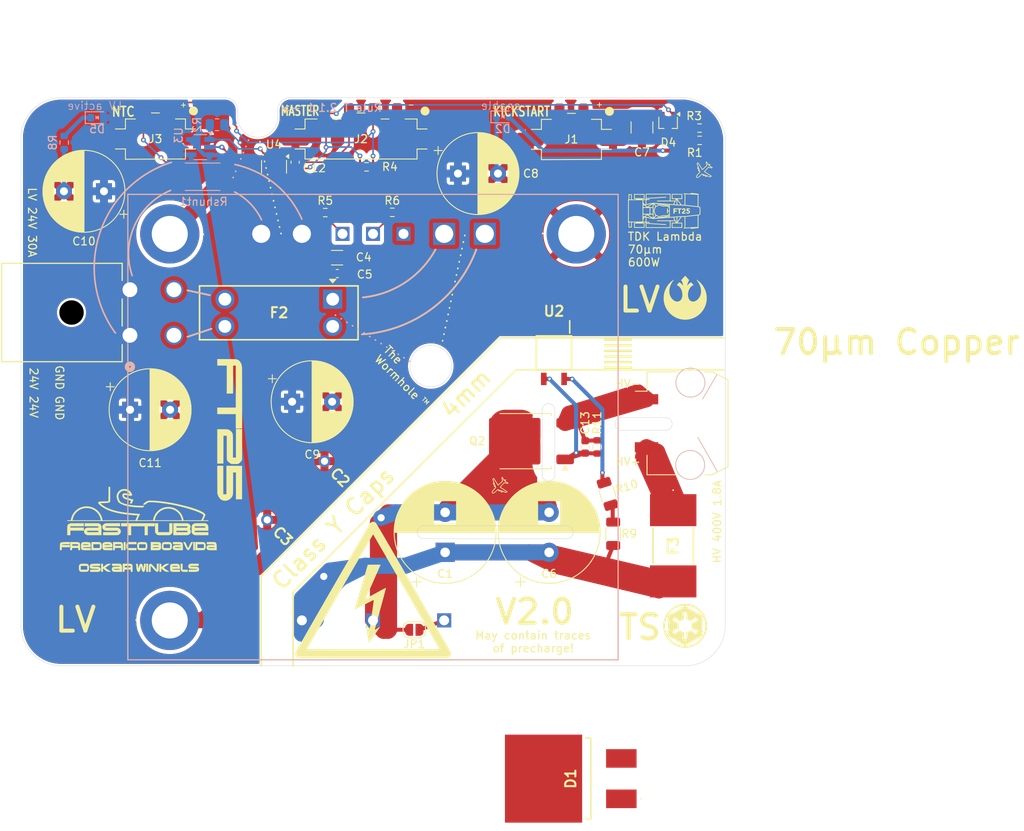
<source format=kicad_pcb>
(kicad_pcb
	(version 20241229)
	(generator "pcbnew")
	(generator_version "9.0")
	(general
		(thickness 1.67)
		(legacy_teardrops no)
	)
	(paper "A4")
	(layers
		(0 "F.Cu" mixed)
		(2 "B.Cu" mixed)
		(9 "F.Adhes" user "F.Adhesive")
		(11 "B.Adhes" user "B.Adhesive")
		(13 "F.Paste" user)
		(15 "B.Paste" user)
		(5 "F.SilkS" user "F.Silkscreen")
		(7 "B.SilkS" user "B.Silkscreen")
		(1 "F.Mask" user)
		(3 "B.Mask" user)
		(17 "Dwgs.User" user "User.Drawings")
		(19 "Cmts.User" user "User.Comments")
		(21 "Eco1.User" user "User.Eco1")
		(23 "Eco2.User" user "User.Eco2")
		(25 "Edge.Cuts" user)
		(27 "Margin" user)
		(31 "F.CrtYd" user "F.Courtyard")
		(29 "B.CrtYd" user "B.Courtyard")
		(35 "F.Fab" user)
		(33 "B.Fab" user)
		(39 "User.1" user)
		(41 "User.2" user)
		(43 "User.3" user)
		(45 "User.4" user)
		(47 "User.5" user)
		(49 "User.6" user)
		(51 "User.7" user)
		(53 "User.8" user)
		(55 "User.9" user)
	)
	(setup
		(stackup
			(layer "F.SilkS"
				(type "Top Silk Screen")
			)
			(layer "F.Paste"
				(type "Top Solder Paste")
			)
			(layer "F.Mask"
				(type "Top Solder Mask")
				(thickness 0.01)
			)
			(layer "F.Cu"
				(type "copper")
				(thickness 0.07)
			)
			(layer "dielectric 1"
				(type "core")
				(thickness 1.51)
				(material "FR4")
				(epsilon_r 4.5)
				(loss_tangent 0.02)
			)
			(layer "B.Cu"
				(type "copper")
				(thickness 0.07)
			)
			(layer "B.Mask"
				(type "Bottom Solder Mask")
				(thickness 0.01)
			)
			(layer "B.Paste"
				(type "Bottom Solder Paste")
			)
			(layer "B.SilkS"
				(type "Bottom Silk Screen")
			)
			(copper_finish "None")
			(dielectric_constraints no)
		)
		(pad_to_mask_clearance 0)
		(allow_soldermask_bridges_in_footprints no)
		(tenting front back)
		(pcbplotparams
			(layerselection 0x00000000_00000000_55555555_5755f5ff)
			(plot_on_all_layers_selection 0x00000000_00000000_00000000_00000000)
			(disableapertmacros no)
			(usegerberextensions no)
			(usegerberattributes yes)
			(usegerberadvancedattributes yes)
			(creategerberjobfile no)
			(dashed_line_dash_ratio 12.000000)
			(dashed_line_gap_ratio 3.000000)
			(svgprecision 4)
			(plotframeref no)
			(mode 1)
			(useauxorigin yes)
			(hpglpennumber 1)
			(hpglpenspeed 20)
			(hpglpendiameter 15.000000)
			(pdf_front_fp_property_popups yes)
			(pdf_back_fp_property_popups yes)
			(pdf_metadata yes)
			(pdf_single_document no)
			(dxfpolygonmode yes)
			(dxfimperialunits yes)
			(dxfusepcbnewfont yes)
			(psnegative no)
			(psa4output no)
			(plot_black_and_white yes)
			(plotinvisibletext no)
			(sketchpadsonfab no)
			(plotpadnumbers no)
			(hidednponfab no)
			(sketchdnponfab yes)
			(crossoutdnponfab yes)
			(subtractmaskfromsilk yes)
			(outputformat 1)
			(mirror no)
			(drillshape 0)
			(scaleselection 1)
			(outputdirectory "gerber/")
		)
	)
	(net 0 "")
	(net 1 "/-VIN")
	(net 2 "GND")
	(net 3 "Net-(D4-Pad3)")
	(net 4 "/+VIN")
	(net 5 "+3V3")
	(net 6 "/LV+")
	(net 7 "/3V_buttoncell")
	(net 8 "/TEMP_TSDCDC")
	(net 9 "/HV-in")
	(net 10 "/LV-")
	(net 11 "/LV_I_measure")
	(net 12 "/I_meas_weak")
	(net 13 "Net-(U1-+S)")
	(net 14 "Net-(D2-A)")
	(net 15 "Net-(D5-K)")
	(net 16 "/Vout+")
	(net 17 "Net-(R3-Pad2)")
	(net 18 "Net-(U1-TRM)")
	(net 19 "/HV+in")
	(net 20 "/Enable_G")
	(net 21 "/Enable_Opto")
	(net 22 "Net-(JP1-A)")
	(net 23 "Net-(R10-Pad2)")
	(footprint "Capacitor_SMD:C_1210_3225Metric" (layer "F.Cu") (at 177.6 64.721001 -90))
	(footprint "Resistor_SMD:R_0603_1608Metric" (layer "F.Cu") (at 184.8 64.8))
	(footprint "footprints:airplane" (layer "F.Cu") (at 159.72 109.58 135))
	(footprint "Capacitor_SMD:C_0603_1608Metric" (layer "F.Cu") (at 170.5 104.6475 90))
	(footprint "footprints:VY1471M29Y5UC63V0" (layer "F.Cu") (at 130.766058 113.762876 -45))
	(footprint "footprints:rebellion" (layer "F.Cu") (at 183 86))
	(footprint "FaSTTUBe_connectors:Micro_Mate-N-Lok_2p_vertical" (layer "F.Cu") (at 168.783 66.21))
	(footprint "Capacitor_THT:CP_Radial_D12.5mm_P5.00mm" (layer "F.Cu") (at 153 117.823959 90))
	(footprint "Capacitor_THT:CP_Radial_D10.0mm_P5.00mm" (layer "F.Cu") (at 110.367678 72.7 180))
	(footprint "footprints:9775031360R" (layer "F.Cu") (at 118.59 78.03 180))
	(footprint "Package_TO_SOT_SMD:TO-252-2" (layer "F.Cu") (at 162.96 103.9275 180))
	(footprint "LOGO"
		(layer "F.Cu")
		(uuid "36ea3436-548e-4414-bac1-a7348850c228")
		(at 180.33 75.14)
		(property "Reference" "G***"
			(at 0 0 0)
			(layer "F.SilkS")
			(hide yes)
			(uuid "f973503b-fa37-47d9-b20f-d30676bb0e6c")
			(effects
				(font
					(size 1.5 1.5)
					(thickness 0.3)
				)
			)
		)
		(property "Value" "LOGO"
			(at 0.75 0 0)
			(layer "F.SilkS")
			(hide yes)
			(uuid "6387be7f-2b16-465c-8f89-140f5aa812b4")
			(effects
				(font
					(size 1.5 1.5)
					(thickness 0.3)
				)
			)
		)
		(property "Datasheet" ""
			(at 0 0 0)
			(layer "F.Fab")
			(hide yes)
			(uuid "41393a24-4ba8-4af2-84c5-5556a5cd9241")
			(effects
				(font
					(size 1.27 1.27)
					(thickness 0.15)
				)
			)
		)
		(property "Description" ""
			(at 0 0 0)
			(layer "F.Fab")
			(hide yes)
			(uuid "47d9374d-4d87-4be0-875b-3451ee135b5f")
			(effects
				(font
					(size 1.27 1.27)
					(thickness 0.15)
				)
			)
		)
		(attr board_only exclude_from_pos_files exclude_from_bom)
		(fp_poly
			(pts
				(xy 2.210106 -0.240934) (xy 2.210106 -0.176067) (xy 2.115122 -0.176067) (xy 2.020138 -0.176067)
				(xy 2.020138 0.088034) (xy 2.020138 0.352134) (xy 1.948322 0.352134) (xy 1.876505 0.352134) (xy 1.876505 0.088034)
				(xy 1.876505 -0.176067) (xy 1.781521 -0.176067) (xy 1.686538 -0.176067) (xy 1.686538 -0.240935)
				(xy 1.686537 -0.305801) (xy 1.948322 -0.305801) (xy 2.210106 -0.305801)
			)
			(stroke
				(width 0)
				(type solid)
			)
			(fill yes)
			(layer "F.SilkS")
			(uuid "7df8e5e8-4ee8-444f-be4a-2fc6df64b466")
		)
		(fp_poly
			(pts
				(xy 1.644837 -0.238617) (xy 1.644837 -0.171435) (xy 1.49657 -0.171434) (xy 1.348303 -0.171434) (xy 1.348303 -0.10425)
				(xy 1.348303 -0.037067) (xy 1.484987 -0.037067) (xy 1.621671 -0.037067) (xy 1.621671 0.030116) (xy 1.621671 0.0973)
				(xy 1.484987 0.0973) (xy 1.348303 0.0973) (xy 1.348303 0.224717) (xy 1.348303 0.352134) (xy 1.27417 0.352134)
				(xy 1.200036 0.352134) (xy 1.200036 0.023167) (xy 1.200037 -0.305801) (xy 1.422437 -0.305801) (xy 1.644836 -0.305801)
			)
			(stroke
				(width 0)
				(type solid)
			)
			(fill yes)
			(layer "F.SilkS")
			(uuid "79488fa3-17fb-4e16-b5f3-2b64540a352f")
		)
		(fp_poly
			(pts
				(xy 2.532179 -0.312678) (xy 2.576155 -0.304473) (xy 2.614922 -0.2894) (xy 2.648 -0.267744) (xy 2.67491 -0.239793)
				(xy 2.695172 -0.205832) (xy 2.704208 -0.181813) (xy 2.708716 -0.159076) (xy 2.7108 -0.130942) (xy 2.71048 -0.100955)
				(xy 2.707773 -0.072656) (xy 2.703574 -0.052464) (xy 2.698715 -0.037255) (xy 2.692926 -0.02316) (xy 2.685517 -0.009402)
				(xy 2.675798 0.004797) (xy 2.663078 0.020215) (xy 2.646666 0.037632) (xy 2.625872 0.057823) (xy 2.600005 0.081568)
				(xy 2.568374 0.109644) (xy 2.53029 0.142829) (xy 2.529931 0.14314) (xy 2.430439 0.229351) (xy 2.575106 0.230575)
				(xy 2.719774 0.231799) (xy 2.719774 0.291967) (xy 2.719774 0.352134) (xy 2.490308 0.352134) (xy 2.260843 0.352134)
				(xy 2.262116 0.277056) (xy 2.263389 0.201979) (xy 2.356056 0.119177) (xy 2.402943 0.077122) (xy 2.443117 0.04073)
				(xy 2.476929 0.009665) (xy 2.504727 -0.016408) (xy 2.526863 -0.037827) (xy 2.543685 -0.054929) (xy 2.555544 -0.06805)
				(xy 2.562789 -0.077524) (xy 2.565176 -0.081851) (xy 2.5716 -0.10729) (xy 2.569746 -0.130812) (xy 2.56056 -0.15134)
				(xy 2.544994 -0.167801) (xy 2.523994 -0.179121) (xy 2.49851 -0.184225) (xy 2.475724 -0.18314) (xy 2.452963 -0.175273)
				(xy 2.433454 -0.159912) (xy 2.418912 -0.1387) (xy 2.413064 -0.123046) (xy 2.407173 -0.101018) (xy 2.367714 -0.103927)
				(xy 2.344598 -0.10571) (xy 2.320508 -0.107692) (xy 2.30031 -0.109471) (xy 2.298702 -0.109622) (xy 2.269145 -0.112408)
				(xy 2.272093 -0.14061) (xy 2.280459 -0.177948) (xy 2.296913 -0.213524) (xy 2.320278 -0.245457) (xy 2.349375 -0.271863)
				(xy 2.357833 -0.277654) (xy 2.388158 -0.29404) (xy 2.420755 -0.305158) (xy 2.458064 -0.31171) (xy 2.483473 -0.313727)
			)
			(stroke
				(width 0)
				(type solid)
			)
			(fill yes)
			(layer "F.SilkS")
			(uuid "c06ae400-d6b0-4739-b2a0-6d35249e5efc")
		)
		(fp_poly
			(pts
				(xy 3.243342 -0.245567) (xy 3.243342 -0.185334) (xy 3.111291 -0.185334) (xy 2.979241 -0.185333)
				(xy 2.979241 -0.135525) (xy 2.979241 -0.085718) (xy 3.035999 -0.085703) (xy 3.075658 -0.084189)
				(xy 3.108746 -0.079239) (xy 3.137528 -0.070212) (xy 3.16427 -0.05647) (xy 3.181956 -0.044466) (xy 3.203555 -0.026318)
				(xy 3.221029 -0.006004) (xy 3.236416 0.019128) (xy 3.246178 0.039116) (xy 3.254238 0.063529) (xy 3.259574 0.09369)
				(xy 3.261941 0.126422) (xy 3.261098 0.158544) (xy 3.257324 0.184609) (xy 3.244399 0.223685) (xy 3.224208 0.260227)
				(xy 3.198098 0.292412) (xy 3.167418 0.318418) (xy 3.150847 0.328502) (xy 3.111135 0.345164) (xy 3.066727 0.356095)
				(xy 3.020478 0.360938) (xy 2.975243 0.359334) (xy 2.945754 0.354196) (xy 2.903627 0.339619) (xy 2.867264 0.317857)
				(xy 2.836999 0.289211) (xy 2.813163 0.253981) (xy 2.79881 0.220868) (xy 2.79432 0.207035) (xy 2.791744 0.197519)
				(xy 2.791552 0.194601) (xy 2.796444 0.193609) (xy 2.808775 0.190877) (xy 2.826961 0.186759) (xy 2.849416 0.181613)
				(xy 2.863407 0.178384) (xy 2.887539 0.172819) (xy 2.908262 0.168078) (xy 2.924002 0.164518) (xy 2.933186 0.162495)
				(xy 2.934883 0.162167) (xy 2.937199 0.166065) (xy 2.941475 0.175947) (xy 2.943919 0.182163) (xy 2.957618 0.206359)
				(xy 2.976856 0.224378) (xy 2.999977 0.235881) (xy 3.025322 0.240528) (xy 3.051235 0.23798) (xy 3.076057 0.227898)
				(xy 3.095075 0.213134) (xy 3.111612 0.190456) (xy 3.120769 0.164235) (xy 3.12262 0.136431) (xy 3.117245 0.108995)
				(xy 3.10472 0.083886) (xy 3.089275 0.066498) (xy 3.070671 0.05315) (xy 3.049056 0.043822) (xy 3.022749 0.038071)
				(xy 2.990066 0.035457) (xy 2.969974 0.03519) (xy 2.940708 0.035905) (xy 2.915232 0.038169) (xy 2.889963 0.042519)
				(xy 2.861313 0.04949) (xy 2.845988 0.053732) (xy 2.835519 0.056704) (xy 2.838042 -0.086323) (xy 2.838768 -0.123978)
				(xy 2.83959 -0.160526) (xy 2.840463 -0.194417) (xy 2.841344 -0.224098) (xy 2.842188 -0.248021) (xy 2.842954 -0.264633)
				(xy 2.843135 -0.267576) (xy 2.845706 -0.305801) (xy 3.044525 -0.305801) (xy 3.243342 -0.305801)
			)
			(stroke
				(width 0)
				(type solid)
			)
			(fill yes)
			(layer "F.SilkS")
			(uuid "5a963cb9-9510-4127-9f96-127e7c222fca")
		)
		(fp_poly
			(pts
				(xy 3.38727 -2.232811) (xy 3.40086 -2.231479) (xy 3.422092 -2.229358) (xy 3.450178 -2.22653) (xy 3.484329 -2.223073)
				(xy 3.523759 -2.219069) (xy 3.567678 -2.214599) (xy 3.615297 -2.209743) (xy 3.66583 -2.204582) (xy 3.718489 -2.199197)
				(xy 3.772484 -2.193667) (xy 3.827029 -2.188075) (xy 3.881335 -2.182501) (xy 3.934614 -2.177024)
				(xy 3.986077 -2.171727) (xy 4.034939 -2.166689) (xy 4.080407 -2.161992) (xy 4.121698 -2.157716)
				(xy 4.158021 -2.153941) (xy 4.188587 -2.150748) (xy 4.200017 -2.149547) (xy 4.234253 -2.145885)
				(xy 4.265408 -2.142435) (xy 4.292316 -2.139335) (xy 4.31381 -2.136726) (xy 4.328722 -2.134745) (xy 4.335885 -2.133532)
				(xy 4.336334 -2.133359) (xy 4.336533 -2.128574) (xy 4.336655 -2.115023) (xy 4.336705 -2.093209)
				(xy 4.336684 -2.063633) (xy 4.336595 -2.026795) (xy 4.33644 -1.983198) (xy 4.336223 -1.933343) (xy 4.335944 -1.877731)
				(xy 4.335608 -1.816864) (xy 4.335216 -1.751243) (xy 4.33477 -1.681369) (xy 4.334273 -1.607743) (xy 4.333728 -1.530869)
				(xy 4.333136 -1.451244) (xy 4.332871 -1.416624) (xy 4.332241 -1.334602) (xy 4.331634 -1.254271)
				(xy 4.33105 -1.176204) (xy 4.330496 -1.10097) (xy 4.329976 -1.029142) (xy 4.329492 -0.961291) (xy 4.329052 -0.897987)
				(xy 4.328655 -0.839801) (xy 4.328308 -0.787305) (xy 4.328013 -0.741071) (xy 4.327776 -0.701668)
				(xy 4.327599 -0.669669) (xy 4.327487 -0.645643) (xy 4.327444 -0.630164) (xy 4.327444 -0.627586)
				(xy 4.327545 -0.55322) (xy 4.37377 -0.54809) (xy 4.419996 -0.542959) (xy 4.484971 -0.483626) (xy 4.505281 -0.464833)
				(xy 4.522986 -0.44798) (xy 4.537024 -0.434118) (xy 4.546333 -0.424295) (xy 4.54985 -0.419562) (xy 4.549855 -0.419489)
				(xy 4.550293 -0.414027) (xy 4.551582 -0.400285) (xy 4.55363 -0.379199) (xy 4.556344 -0.351708) (xy 4.55963 -0.31875)
				(xy 4.563396 -0.281261) (xy 4.567548 -0.240179) (xy 4.571355 -0.202709) (xy 4.592945 0.009267) (xy 4.571355 0.221242)
				(xy 4.566945 0.264663) (xy 4.562841 0.305296) (xy 4.559137 0.342206) (xy 4.555926 0.374453) (xy 4.553301 0.401102)
				(xy 4.551353 0.421213) (xy 4.550178 0.433849) (xy 4.549855 0.438022) (xy 4.546612 0.442512) (xy 4.537531 0.452137)
				(xy 4.523674 0.465847) (xy 4.506105 0.482593) (xy 4.485885 0.501324) (xy 4.484971 0.50216) (xy 4.419997 0.561493)
				(xy 4.373769 0.566623) (xy 4.327545 0.571753) (xy 4.327444 0.646119) (xy 4.327469 0.65926) (xy 4.327563 0.681097)
				(xy 4.327723 0.711058) (xy 4.327945 0.748571) (xy 4.328225 0.793067) (xy 4.328559 0.843974) (xy 4.328943 0.90072)
				(xy 4.329373 0.962734) (xy 4.329846 1.029446) (xy 4.330356 1.100286) (xy 4.330901 1.17468) (xy 4.331477 1.252059)
				(xy 4.332079 1.33185) (xy 4.332704 1.413485) (xy 4.332871 1.435157) (xy 4.333481 1.5158) (xy 4.334047 1.593906)
				(xy 4.334564 1.668978) (xy 4.335032 1.740512) (xy 4.335447 1.808006) (xy 4.335808 1.870958) (xy 4.336111 1.928869)
				(xy 4.336355 1.981237) (xy 4.336537 2.02756) (xy 4.336653 2.067337) (xy 4.336704 2.100067) (xy 4.336685 2.125248)
				(xy 4.336594 2.142379) (xy 4.336429 2.150958) (xy 4.336335 2.151893) (xy 4.331377 2.152884) (xy 4.318367 2.15468)
				(xy 4.298472 2.157138) (xy 4.272859 2.160123) (xy 4.242694 2.163495) (xy 4.209148 2.167117) (xy 4.200017 2.168082)
				(xy 4.172233 2.170992) (xy 4.138346 2.174521) (xy 4.099146 2.178586) (xy 4.055419 2.183108) (xy 4.007954 2.188005)
				(xy 3.957539 2.193199) (xy 3.904962 2.198607) (xy 3.851011 2.204148) (xy 3.796475 2.209742) (xy 3.742141 2.215309)
				(xy 3.688796 2.220768) (xy 3.63723 2.226037) (xy 3.588231 2.231037) (xy 3.542586 2.235687) (xy 3.501083 2.239906)
				(xy 3.464512 2.243614) (xy 3.433658 2.246729) (xy 3.409312 2.249172) (xy 3.39226 2.250859) (xy 3.383291 2.251715)
				(xy 3.382109 2.251806) (xy 3.380255 2.247528) (xy 3.378178 2.23608) (xy 3.376217 2.219545) (xy 3.37545 2.210835)
				(xy 3.3736 2.191763) (xy 3.371439 2.175942) (xy 3.369333 2.165869) (xy 3.368582 2.163999) (xy 3.368194 2.163123)
				(xy 3.367841 2.162336) (xy 3.367055 2.161657) (xy 3.365358 2.161104) (xy 3.362276 2.160697) (xy 3.357337 2.160453)
				(xy 3.350069 2.160392) (xy 3.339994 2.160532) (xy 3.32664 2.16089) (xy 3.309536 2.161487) (xy 3.288204 2.162341)
				(xy 3.26217 2.16347) (xy 3.230964 2.164892) (xy 3.19411 2.166627) (xy 3.151135 2.168692) (xy 3.101565 2.171107)
				(xy 3.044926 2.17389) (xy 2.980744 2.177059) (xy 2.908545 2.180634) (xy 2.827857 2.184632) (xy 2.773776 2.187311)
				(xy 2.723126 2.189773) (xy 2.675244 2.19201) (xy 2.630927 2.19399) (xy 2.590972 2.195683) (xy 2.556177 2.197057)
				(xy 2.52734 2.198081) (xy 2.505257 2.198724) (xy 2.490727 2.198954) (xy 2.484548 2.198738) (xy 2.484397 2.198675)
				(xy 2.482972 2.193086) (xy 2.4815 2.180449) (xy 2.480208 2.162975) (xy 2.479683 2.152716) (xy 2.477796 2.109587)
				(xy 2.502643 2.106603) (xy 2.520245 2.105084) (xy 2.542271 2.103995) (xy 2.563398 2.103579) (xy 2.599307 2.103539)
				(xy 2.599205 2.03983) (xy 2.599136 2.026958) (xy 2.59896 2.005475) (xy 2.598682 1.976034) (xy 2.598313 1.939289)
				(xy 2.597857 1.895895) (xy 2.597323 1.846507) (xy 2.596718 1.791777) (xy 2.596049 1.732363) (xy 2.595323 1.668916)
				(xy 2.594547 1.602089) (xy 2.593729 1.53254) (xy 2.592876 1.460921) (xy 2.592357 1.417804) (xy 2.591488 1.345622)
				(xy 2.590651 1.275356) (xy 2.589851 1.207638) (xy 2.589097 1.143098) (xy 2.588395 1.08237) (xy 2.587752 1.026085)
				(xy 2.587175 0.974875) (xy 2.586672 0.929372) (xy 2.58625 0.890208) (xy 2.585916 0.858015) (xy 2.585677 0.833425)
				(xy 2.585539 0.817069) (xy 2.585508 0.811266) (xy 2.585407 0.763045) (xy 2.477681 0.76615) (xy 2.420738 0.767807)
				(xy 2.372367 0.769264) (xy 2.331872 0.770562) (xy 2.298559 0.771745) (xy 2.271738 0.772854) (xy 2.250712 0.773931)
				(xy 2.234789 0.775018) (xy 2.223275 0.776158) (xy 2.215478 0.777392) (xy 2.210703 0.778764) (xy 2.208257 0.780313)
				(xy 2.207447 0.782084) (xy 2.207419 0.782564) (xy 2.204733 0.787317) (xy 2.196946 0.798996) (xy 2.184444 0.817061)
				(xy 2.167617 0.84097) (xy 2.146849 0.870183) (xy 2.122527 0.90416) (xy 2.09504 0.94236) (xy 2.064773 0.984242)
				(xy 2.032115 1.029266) (xy 1.99745 1.07689) (xy 1.961168 1.126575) (xy 1.960005 1.128165) (xy 1.923623 1.177986)
				(xy 1.888809 1.225823) (xy 1.855956 1.271128) (xy 1.825453 1.313354) (xy 1.797694 1.351955) (xy 1.773068 1.386383)
				(xy 1.751966 1.416092) (xy 1.734781 1.440534) (xy 1.721903 1.459162) (xy 1.713724 1.47143) (xy 1.710635 1.47679)
				(xy 1.710627 1.476824) (xy 1.708624 1.487304) (xy 2.003382 1.487304) (xy 2.298139 1.487304) (xy 2.298144 1.583446)
				(xy 2.298213 1.608384) (xy 2.298406 1.641116) (xy 2.29871 1.680174) (xy 2.299111 1.724089) (xy 2.299595 1.771389)
				(xy 2.300147 1.820606) (xy 2.300755 1.870268) (xy 2.301218 1.905463) (xy 2.304286 2.131339) (xy 1.647305 2.131339)
				(xy 0.990323 2.131339) (xy 0.993195 2.113964) (xy 0.993689 2.106417) (xy 0.994158 2.090423) (xy 0.994594 2.066805)
				(xy 0.99496 2.038672) (xy 1.08875 2.038672) (xy 1.647111 2.038672) (xy 2.205472 2.038672) (xy 2.205472 1.809321)
				(xy 2.205472 1.579971) (xy 1.656421 1.579199) (xy 1.585739 1.579096) (xy 1.517565 1.578991) (xy 1.452484 1.578885)
				(xy 1.391074 1.578779) (xy 1.333918 1.578675) (xy 1.281595 1.578571) (xy 1.234689 1.578472) (xy 1.193778 1.578378)
				(xy 1.159447 1.57829) (xy 1.132272 1.578209) (xy 1.112838 1.578137) (xy 1.101725 1.578074) (xy 1.099261 1.57804)
				(xy 1.097423 1.578408) (xy 1.095875 1.580202) (xy 1.094589 1.584173) (xy 1.093535 1.591074) (xy 1.092682 1.601656)
				(xy 1.091999 1.61667) (xy 1.091456 1.636869) (xy 1.091023 1.663004) (xy 1.090669 1.695827) (xy 1.090364 1.736087)
				(xy 1.090077 1.784539) (xy 1.089951 1.808163) (xy 1.08875 2.038672) (xy 0.99496 2.038672) (xy 0.99499 2.036382)
				(xy 0.995338 1.999975) (xy 0.995631 1.958404) (xy 0.995862 1.912492) (xy 0.996024 1.863057) (xy 0.996108 1.810921)
				(xy 0.996118 1.78963) (xy 0.996169 1.482671) (xy 1.242123 1.482671) (xy 1.291787 1.482595) (xy 1.337431 1.482378)
				(xy 1.378334 1.48203) (xy 1.413769 1.481564) (xy 1.443013 1.480992) (xy 1.465339 1.480327) (xy 1.480024 1.47958)
				(xy 1.486341 1.478764) (xy 1.486531 1.478558) (xy 1.484152 1.47334) (xy 1.478357 1.461039) (xy 1.469747 1.442919)
				(xy 1.458926 1.420247) (xy 1.446495 1.394288) (xy 1.441011 1.382862) (xy 1.397037 1.291279) (xy 1.283478 1.294298)
				(xy 1.249685 1.295057) (xy 1.208904 1.295746) (xy 1.163413 1.296342) (xy 1.11549 1.296818) (xy 1.067413 1.297151)
				(xy 1.021462 1.297314) (xy 1.006594 1.297327) (xy 0.843269 1.297337) (xy 0.843269 1.721288) (xy 0.843269 2.145239)
				(xy -0.708148 2.145239) (xy -2.259563 2.145239) (xy -2.262634 1.935978) (xy -2.263315 1.886185)
				(xy -2.263944 1.833688) (xy -2.264503 1.780411) (xy -2.264976 1.728276) (xy -2.265345 1.679207)
				(xy -2.265592 1.635127) (xy -2.265702 1.59796) (xy -2.265706 1.590794) (xy -2.265739 1.55167) (xy -2.265876 1.520834)
				(xy -2.266173 1.497306) (xy -2.266692 1.480108) (xy -2.26749 1.46826) (xy -2.268626 1.460783) (xy -2.270157 1.456697)
				(xy -2.272141 1.455025) (xy -2.273814 1.454766) (xy -2.280294 1.454537) (xy -2.294854 1.453935)
				(xy -2.316319 1.453013) (xy -2.343512 1.451821) (xy -2.37526 1.450411) (xy -2.410382 1.448834) (xy -2.43019 1.447939)
				(xy -2.468142 1.446262) (xy -2.504686 1.44473) (xy -2.538371 1.443397) (xy -2.567745 1.442318) (xy -2.591357 1.441547)
				(xy -2.607758 1.441142) (xy -2.612049 1.441093) (xy -2.64564 1.44097) (xy -2.64564 1.468771) (xy -2.645639 1.496571)
				(xy -2.525331 1.496571) (xy -2.405021 1.496571) (xy -2.403705 1.805846) (xy -2.403515 1.858546)
				(xy -2.403401 1.908502) (xy -2.40336 1.954946) (xy -2.40339 1.997109) (xy -2.403489 2.034222) (xy -2.403653 2.065515)
				(xy -2.403881 2.090221) (xy -2.404171 2.107569) (xy -2.404518 2.116791) (xy -2.404706 2.118106)
				(xy -2.409529 2.11848) (xy -2.423095 2.118886) (xy -2.44488 2.119321) (xy -2.474362 2.119778) (xy -2.511016 2.120253)
				(xy -2.554319 2.12074) (xy -2.603749 2.121235) (xy -2.658781 2.121732) (xy -2.718891 2.122227) (xy -2.783558 2.122715)
				(xy -2.852257 2.12319) (xy -2.924462 2.123648) (xy -2.999654 2.124083) (xy -3.0638 2.124423) (xy -3.720577 2.127757)
				(xy -3.720577 1.81448) (xy -3.720577 1.593871) (xy -3.62791 1.593871) (xy -3.62791 1.814711) (xy -3.62791 2.03555)
				(xy -3.411698 2.032478) (xy -3.369215 2.031948) (xy -3.31891 2.031448) (xy -3.262228 2.030984) (xy -3.200615 2.030565)
				(xy -3.135516 2.030198) (xy -3.068375 2.029891) (xy -3.000637 2.029653) (xy -2.933749 2.02949) (xy -2.869154 2.029412)
				(xy -2.846385 2.029405) (xy -2.497283 2.029405) (xy -2.498486 1.81048) (xy -2.49969 1.591554) (xy -2.537915 1.591676)
				(xy -2.547579 1.591701) (xy -2.565869 1.591743) (xy -2.592146 1.591801) (xy -2.62577 1.591872) (xy -2.666099 1.591957)
				(xy -2.712496 1.592053) (xy -2.764319 1.592159) (xy -2.820929 1.592274) (xy -2.881685 1.592396)
				(xy -2.945948 1.592525) (xy -3.013077 1.592659) (xy -3.082432 1.592796) (xy -3.102025 1.592834)
				(xy -3.62791 1.593871) (xy -3.720577 1.593871) (xy -3.720577 1.501204) (xy -3.654551 1.501183) (xy -3.624666 1.500936)
				(xy -3.592334 1.500279) (xy -3.561481 1.499312) (xy -3.536401 1.498158) (xy -3.484276 1.495155)
				(xy -3.484276 1.468063) (xy -3.484276 1.44097) (xy -3.740716 1.44097) (xy -3.997156 1.44097) (xy -4.000524 1.764101)
				(xy -4.001097 1.817922) (xy -4.001663 1.868962) (xy -4.002214 1.916476) (xy -4.002738 1.959718)
				(xy -4.003227 1.997942) (xy -4.00367 2.030405) (xy -4.004058 2.056359) (xy -4.004382 2.07506) (xy -4.004631 2.085762)
				(xy -4.004755 2.088096) (xy -4.009616 2.088576) (xy -4.02259 2.089168) (xy -4.042528 2.089847) (xy -4.068278 2.090589)
				(xy -4.098689 2.091373) (xy -4.132609 2.092176) (xy -4.168888 2.092974) (xy -4.206373 2.093745)
				(xy -4.243913 2.094466) (xy -4.28036 2.095114) (xy -4.314559 2.095667) (xy -4.34536 2.096101) (xy -4.371612 2.096393)
				(xy -4.392163 2.096521) (xy -4.405862 2.096463) (xy -4.411559 2.096194) (xy -4.41163 2.096166) (xy -4.412287 2.091243)
				(xy -4.412909 2.077802) (xy -4.413489 2.056593) (xy -4.414016 2.028365) (xy -4.414482 1.993867)
				(xy -4.414878 1.953848) (xy -4.415193 1.909058) (xy -4.415422 1.860246) (xy -4.415551 1.808161)
				(xy -4.415578 1.769665) (xy -4.415578 1.445919) (xy -4.322912 1.44592) (xy -4.322911 1.632667) (xy -4.32283 1.677998)
				(xy -4.322597 1.724363) (xy -4.322233 1.770035) (xy -4.321755 1.813286) (xy -4.321184 1.852391)
				(xy -4.320538 1.885623) (xy -4.319861 1.910511) (xy -4.31681 2.001605) (xy -4.27237 2.001588) (xy -4.250095 2.001348)
				(xy -4.222113 2.000707) (xy -4.191967 1.999762) (xy -4.163205 1.99861) (xy -4.162654 1.998585) (xy -4.09738 1.995599)
				(xy -4.094329 1.722449) (xy -4.093807 1.672987) (xy -4.093375 1.626306) (xy -4.093037 1.583227)
				(xy -4.092796 1.544568) (xy -4.092653 1.51115) (xy -4.092615 1.483793) (xy -4.092685 1.463316) (xy -4.092866 1.450539)
				(xy -4.09313 1.446294) (xy -4.09808 1.445515) (xy -4.111021 1.444917) (xy -4.130668 1.444519) (xy -4.155749 1.444338)
				(xy -4.184984 1.444394) (xy -4.208947 1.444604) (xy -4.322912 1.44592) (xy -4.415578 1.445919) (xy -4.415578 1.445604)
				(xy -4.44609 1.445604) (xy -4.476601 1.445603) (xy -4.472918 1.340195) (xy -4.472551 1.32484) (xy -4.472203 1.300703)
				(xy -4.471875 1.268271) (xy -4.471567 1.22803) (xy -4.471279 1.180464) (xy -4.47101 1.126058) (xy -4.470761 1.065302)
				(xy -4.470532 0.998677) (xy -4.470323 0.92667) (xy -4.470132 0.849767) (xy -4.469964 0.768454) (xy -4.469814 0.683216)
				(xy -4.469683 0.594538) (xy -4.469572 0.502907) (xy -4.469482 0.408808) (xy -4.469412 0.312726)
				(xy -4.469361 0.215146) (xy -4.469329 0.116557) (xy -4.469318 0.017441) (xy -4.469319 0.009267)
				(xy -4.376195 0.009267) (xy -4.376195 1.348304) (xy -3.921735 1.348303) (xy -3.84542 1.348265) (xy -3.763054 1.348156)
				(xy -3.676284 1.347978) (xy -3.586755 1.34774) (xy -3.496112 1.347448) (xy -3.4755 1.34737) (xy -2.566874 1.347369)
				(xy -2.510115 1.350271) (xy -2.485398 1.351507) (xy -2.454562 1.353009) (xy -2.420743 1.354622)
				(xy -2.387079 1.356201) (xy -2.369956 1.35699) (xy -2.342439 1.358262) (xy -2.317591 1.359435) (xy -2.297116 1.360426)
				(xy -2.28272 1.361153) (xy -2.27648 1.361507) (xy -2.266404 1.362204) (xy -2.268995 1.099261) (xy -2.269489 1.050816)
				(xy -2.269988 1.005216) (xy -2.270479 0.963292) (xy -2.270952 0.925869) (xy -2.271395 0.893779)
				(xy -2.271407 0.893007) (xy -2.176597 0.893007) (xy -2.176496 0.920555) (xy -2.176287 0.953996)
				(xy -2.175973 0.992488) (xy -2.175561 1.035186) (xy -2.175055 1.081248) (xy -2.174701 1.110891)
				(xy -2.17154 1.365972) (xy -2.129432 1.368977) (xy -2.067771 1.373609) (xy -2.010185 1.378392) (xy -1.957281 1.383255)
				(xy -1.909674 1.388125) (xy -1.867971 1.39293) (xy -1.832783 1.397595) (xy -1.80472 1.40205) (xy -1.784393 1.406223)
				(xy -1.772412 1.410037) (xy -1.769774 1.411753) (xy -1.769529 1.417538) (xy -1.771735 1.42998) (xy -1.775956 1.446925)
				(xy -1.778921 1.457187) (xy -1.785239 1.477077) (xy -1.790133 1.489488) (xy -1.794401 1.495928)
				(xy -1.798845 1.497914) (xy -1.800426 1.497857) (xy -1.808153 1.49683) (xy -1.823059 1.494741) (xy -1.843149 1.491874)
				(xy -1.866434 1.488511) (xy -1.871871 1.48772) (xy -1.897523 1.484335) (xy -1.929466 1.480654) (xy -1.964746 1.476986)
				(xy -2.000406 1.473642) (xy -2.027089 1.471419) (xy -2.057452 1.46905) (xy -2.086497 1.466764) (xy -2.112259 1.464717)
				(xy -2.132778 1.463064) (xy -2.146087 1.461962) (xy -2.146397 1.461935) (xy -2.173039 1.459646)
				(xy -2.173039 1.489692) (xy -2.172691 1.506113) (xy -2.171285 1.515262) (xy -2.168279 1.519122)
				(xy -2.164797 1.519737) (xy -2.158723 1.520031) (xy -2.144281 1.520874) (xy -2.12235 1.522213) (xy -2.093809 1.52399)
				(xy -2.059538 1.526152) (xy -2.020415 1.528643) (xy -1.977319 1.531407) (xy -1.93113 1.534389) (xy -1.906488 1.535988)
				(xy -1.854929 1.539338) (xy -1.80268 1.542728) (xy -1.751135 1.546071) (xy -1.701688 1.549275) (xy -1.655732 1.55225)
				(xy -1.614661 1.554907) (xy -1.579869 1.557154) (xy -1.552749 1.558901) (xy -1.549854 1.559087)
				(xy -1.519396 1.561047) (xy -1.481663 1.56348) (xy -1.438624 1.566258) (xy -1.392251 1.569254) (xy -1.344516 1.57234)
				(xy -1.297389 1.575391) (xy -1.264903 1.577495) (xy -1.217015 1.580596) (xy -1.16498 1.583963) (xy -1.111213 1.587439)
				(xy -1.058137 1.590868) (xy -1.008165 1.594093) (xy -0.963719 1.596959) (xy -0.942887 1.598301)
				(xy -0.897305 1.601236) (xy -0.845716 1.60456) (xy -0.791355 1.608063) (xy -0.737462 1.611537) (xy -0.687275 1.614773)
				(xy -0.655619 1.616816) (xy -0.610848 1.619703) (xy -0.559926 1.622982) (xy -0.505948 1.626455)
				(xy -0.452011 1.629924) (xy -0.401211 1.633186) (xy -0.363718 1.635592) (xy -0.328419 1.637861)
				(xy -0.285555 1.640625) (xy -0.236806 1.643776) (xy -0.183852 1.647202) (xy -0.128376 1.650799)
				(xy -0.072057 1.654455) (xy -0.016577 1.658062) (xy 0.031407 1.661186) (xy 0.078504 1.664246) (xy 0.122931 1.667115)
				(xy 0.163807 1.669738) (xy 0.200251 1.672059) (xy 0.231381 1.674022) (xy 0.256316 1.675572) (xy 0.274174 1.676652)
				(xy 0.284073 1.677206) (xy 0.285714 1.677271) (xy 0.289145 1.678355) (xy 0.291125 1.682707) (xy 0.291847 1.691981)
				(xy 0.291504 1.70783) (xy 0.290854 1.721421) (xy 0.289553 1.740799) (xy 0.287959 1.756543) (xy 0.286321 1.766454)
				(xy 0.285478 1.768637) (xy 0.280651 1.768608) (xy 0.266958 1.768) (xy 0.24478 1.766836) (xy 0.214499 1.765141)
				(xy 0.176497 1.762937) (xy 0.131153 1.76025) (xy 0.078851 1.757101) (xy 0.019972 1.753516) (xy -0.045106 1.749517)
				(xy -0.115998 1.745128) (xy -0.192324 1.740372) (xy -0.273703 1.735274) (xy -0.359753 1.729857)
				(xy -0.450093 1.724144) (xy -0.544342 1.718159) (xy -0.642118 1.711925) (xy -0.743041 1.705468)
				(xy -0.846728 1.698808) (xy -0.944155 1.692531) (xy -1.050013 1.6857) (xy -1.153439 1.679031) (xy -1.254052 1.67255)
				(xy -1.351472 1.666279) (xy -1.445319 1.660243) (xy -1.535212 1.654466) (xy -1.620772 1.648974)
				(xy -1.701618 1.643789) (xy -1.77737 1.638936) (xy -1.847648 1.634441) (xy -1.912071 1.630326) (xy -1.97026 1.626617)
				(xy -2.021834 1.623337) (xy -2.066412 1.620512) (xy -2.103615 1.618164) (xy -2.133063 1.61632) (xy -2.154375 1.615002)
				(xy -2.167171 1.614236) (xy -2.171095 1.614039) (xy -2.171128 1.618662) (xy -2.171074 1.631645)
				(xy -2.170943 1.652082) (xy -2.170742 1.679067) (xy -2.170476 1.711694) (xy -2.170155 1.749057)
				(xy -2.169782 1.790249) (xy -2.169374 1.833647) (xy -2.167282 2.052572) (xy -0.707684 2.052572)
				(xy 0.751913 2.052572) (xy 0.748501 1.676113) (xy 0.747965 1.617934) (xy 0.747438 1.562492) (xy 0.746927 1.510476)
				(xy 0.746439 1.462575) (xy 0.745982 1.419482) (xy 0.745565 1.381879) (xy 0.745193 1.350461) (xy 0.744876 1.325917)
				(xy 0.74462 1.308934) (xy 0.744433 1.300203) (xy 0.74437 1.299146) (xy 0.739738 1.29906) (xy 0.726314 1.298912)
				(xy 0.704572 1.298707) (xy 0.674985 1.29845) (xy 0.63803 1.298141) (xy 0.594179 1.297786) (xy 0.543907 1.297389)
				(xy 0.487688 1.296953) (xy 0.425996 1.296482) (xy 0.359306 1.295979) (xy 0.288092 1.295448) (xy 0.212828 1.294894)
				(xy 0.133988 1.294318) (xy 0.052047 1.293726) (xy -0.032522 1.293121) (xy -0.050967 1.292989) (xy -0.136082 1.292366)
				(xy -0.218697 1.291727) (xy -0.298338 1.291076) (xy -0.374525 1.29042) (xy -0.446785 1.289762) (xy -0.51464 1.289109)
				(xy -0.577615 1.288467) (xy -0.635234 1.287838) (xy -0.687017 1.287229) (xy -0.732492 1.286647)
				(xy -0.771182 1.286094) (xy -0.80261 1.285578) (xy -0.8263 1.285103) (xy -0.841774 1.284674) (xy -0.848559 1.284296)
				(xy -0.848834 1.284224) (xy -0.849966 1.278521) (xy -0.850313 1.265798) (xy -0.849853 1.248265)
				(xy -0.849272 1.23771) (xy -0.84646 1.194313) (xy -0.241371 1.198332) (xy -0.165921 1.198806) (xy -0.087571 1.199245)
				(xy -0.006827 1.199647) (xy 0.075804 1.200015) (xy 0.159817 1.200345) (xy 0.244705 1.200641) (xy 0.329962 1.2009)
				(xy 0.415083 1.201123) (xy 0.49956 1.201308) (xy 0.582888 1.201456) (xy 0.664561 1.201569) (xy 0.744073 1.201645)
				(xy 0.820918 1.20168) (xy 0.894589 1.201678) (xy 0.964581 1.20164) (xy 1.030387 1.201562) (xy 1.091501 1.201446)
				(xy 1.147417 1.20129) (xy 1.19763 1.201096) (xy 1.241632 1.200862) (xy 1.278919 1.200589) (xy 1.308983 1.200276)
				(xy 1.331319 1.199923) (xy 1.34542 1.19953) (xy 1.35078 1.199096) (xy 1.350806 1.199078) (xy 1.349214 1.19475)
				(xy 1.344123 1.183101) (xy 1.336024 1.165174) (xy 1.325408 1.142014) (xy 1.312764 1.114663) (xy 1.298583 1.084164)
				(xy 1.283355 1.051563) (xy 1.26757 1.0179) (xy 1.251718 0.984222) (xy 1.23629 0.951571) (xy 1.221776 0.920988)
				(xy 1.208665 0.893521) (xy 1.197449 0.87021) (xy 1.188618 0.852101) (xy 1.18266 0.840235) (xy 1.180095 0.835685)
				(xy 1.175226 0.835695) (xy 1.161554 0.836353) (xy 1.139522 0.83763) (xy 1.10957 0.839495) (xy 1.07214 0.84192)
				(xy 1.027672 0.844876) (xy 0.976607 0.848331) (xy 0.919386 0.852257) (xy 0.85645 0.856627) (xy 0.788239 0.861409)
				(xy 0.715194 0.866573) (xy 0.685735 0.868667) (xy 0.663095 0.870269) (xy 0.632355 0.872428) (xy 0.594658 0.875065)
				(xy 0.551149 0.8781) (xy 0.502971 0.881454) (xy 0.451269 0.885047) (xy 0.397186 0.888799) (xy 0.341867 0.89263)
				(xy 0.286456 0.896461) (xy 0.284951 0.896566) (xy 0.176937 0.90403) (xy 0.077696 0.910891) (xy -0.013246 0.917182)
				(xy -0.09636 0.922935) (xy -0.172119 0.928184) (xy -0.240997 0.932962) (xy -0.303464 0.9373) (xy -0.359995 0.941234)
				(xy -0.411061 0.944794) (xy -0.457135 0.948013) (xy -0.49869 0.950924) (xy -0.536198 0.953561) (xy -0.549051 0.954467)
				(xy -0.578891 0.956562) (xy -0.616558 0.95919) (xy -0.660642 0.962254) (xy -0.709728 0.965655) (xy -0.7624 0.969296)
				(xy -0.817245 0.973079) (xy -0.872847 0.976906) (xy -0.927792 0.980679) (xy -0.949836 0.98219) (xy -1.01286 0.986511)
				(xy -1.067275 0.990257) (xy -1.113708 0.993486) (xy -1.152795 0.996259) (xy -1.185167 0.998635)
				(xy -1.211458 1.000672) (xy -1.232301 1.002429) (xy -1.248327 1.003966) (xy -1.26017 1.005342) (xy -1.268462 1.006617)
				(xy -1.273837 1.007848) (xy -1.276926 1.009095) (xy -1.278363 1.010417) (xy -1.27878 1.011874) (xy -1.278804 1.012926)
				(xy -1.282603 1.018344) (xy -1.286912 1.019325) (xy -1.292531 1.018476) (xy -1.306619 1.016012)
				(xy -1.328539 1.012051) (xy -1.357656 1.006711) (xy -1.393335 1.000111) (xy -1.434941 0.992369)
				(xy -1.481838 0.983603) (xy -1.533392 0.973932) (xy -1.588967 0.963474) (xy -1.647926 0.952347)
				(xy -1.709637 0.94067) (xy -1.734781 0.935903) (xy -1.797241 0.924076) (xy -1.857088 0.912784) (xy -1.913699 0.902139)
				(xy -1.953465 0.894691) (xy -1.182718 0.894691) (xy -1.181463 0.896526) (xy -1.178384 0.896375)
				(xy -1.172445 0.895435) (xy -1.157826 0.893191) (xy -1.135011 0.889716) (xy -1.104486 0.885085)
				(xy -1.066734 0.879368) (xy -1.022239 0.87264) (xy -0.971486 0.864975) (xy -0.914959 0.856444) (xy -0.853143 0.847121)
				(xy -0.786521 0.837079) (xy -0.736248 0.829506) (xy 1.283437 0.829506) (xy 1.285371 0.83409) (xy 1.290948 0.846313)
				(xy 1.299823 0.865444) (xy 1.311656 0.890755) (xy 1.326103 0.921518) (xy 1.342822 0.957002) (xy 1.361471 0.99648)
				(xy 1.381708 1.039222) (xy 1.403189 1.0845) (xy 1.404312 1.086863) (xy 1.426648 1.133895) (xy 1.448401 1.179705)
				(xy 1.46914 1.223387) (xy 1.488433 1.264033) (xy 1.50585 1.300734) (xy 1.52096 1.332582) (xy 1.53333 1.358667)
				(xy 1.542531 1.378082) (xy 1.547623 1.388845) (xy 1.556963 1.407744) (xy 1.565324 1.423077) (xy 1.571732 1.433155)
				(xy 1.575015 1.436337) (xy 1.580188 1.435472) (xy 1.580479 1.435179) (xy 1.580745 1.430338) (xy 1.581201 1.417174)
				(xy 1.581825 1.396605) (xy 1.582595 1.369556) (xy 1.58344 1.338627) (xy 1.677952 1.338627) (xy 1.678207 1.349718)
				(xy 1.678783 1.352937) (xy 1.681828 1.348916) (xy 1.689917 1.337994) (xy 1.702623 1.320751) (xy 1.719521 1.297767)
				(xy 1.740185 1.269622) (xy 1.764191 1.236896) (xy 1.791111 1.200169) (xy 1.820521 1.160021) (xy 1.851995 1.117032)
				(xy 1.885108 1.071782) (xy 1.889579 1.065669) (xy 1.9228 1.020219) (xy 1.954356 0.976973) (xy 1.983829 0.936509)
				(xy 2.010802 0.899402) (xy 2.034857 0.866229) (xy 2.055579 0.837567) (xy 2.072549 0.813991) (xy 2.085351 0.796077)
				(xy 2.093565 0.784403) (xy 2.096777 0.779544) (xy 2.096803 0.77944) (xy 2.092053 0.779288) (xy 2.079195 0.779455)
				(xy 2.059383 0.779902) (xy 2.033769 0.780591) (xy 2.003504 0.78148) (xy 1.969743 0.782532) (xy 1.933637 0.783705)
				(xy 1.896338 0.784961) (xy 1.859 0.786261) (xy 1.822775 0.787565) (xy 1.788815 0.788832) (xy 1.758272 0.790024)
				(xy 1.7323 0.791103) (xy 1.712051 0.792025) (xy 1.698677 0.792754) (xy 1.693331 0.79325) (xy 1.693288 0.793274)
				(xy 1.692863 0.798069) (xy 1.692256 0.811168) (xy 1.691498 0.83161) (xy 1.690619 0.858433) (xy 1.68965 0.890677)
				(xy 1.688622 0.92738) (xy 1.687565 0.967583) (xy 1.686964 0.991606) (xy 1.685818 1.037429) (xy 1.684622 1.083742)
				(xy 1.683421 1.128973) (xy 1.682258 1.171551) (xy 1.681174 1.209907) (xy 1.680215 1.242468) (xy 1.67942 1.267665)
				(xy 1.679281 1.271853) (xy 1.678498 1.298287) (xy 1.678052 1.321014) (xy 1.677952 1.338627) (xy 1.58344 1.338627)
				(xy 1.583486 1.336946) (xy 1.584477 1.299698) (xy 1.585544 1.258732) (xy 1.586665 1.214971) (xy 1.587817 1.169336)
				(xy 1.588978 1.122747) (xy 1.590124 1.076128) (xy 1.591233 1.030398) (xy 1.592282 0.98648) (xy 1.593248 0.945295)
				(xy 1.594108 0.907765) (xy 1.594839 0.874811) (xy 1.59542 0.847353) (xy 1.595825 0.826315) (xy 1.596035 0.812617)
				(xy 1.596025 0.807181) (xy 1.596013 0.807129) (xy 1.591202 0.806917) (xy 1.578503 0.807354) (xy 1.559214 0.808346)
				(xy 1.534635 0.809802) (xy 1.506062 0.811628) (xy 1.474798 0.813732) (xy 1.442139 0.816019) (xy 1.409386 0.818398)
				(xy 1.377836 0.820775) (xy 1.348789 0.823057) (xy 1.323544 0.825151) (xy 1.303399 0.826965) (xy 1.289654 0.828405)
				(xy 1.283607 0.829379) (xy 1.283437 0.829506) (xy -0.736248 0.829506) (xy -0.715578 0.826391) (xy -0.714841 0.82628)
				(xy -0.081856 0.82628) (xy -0.08122 0.829034) (xy -0.078767 0.829369) (xy -0.074953 0.827674) (xy -0.075678 0.82628)
				(xy -0.081177 0.825725) (xy -0.081856 0.82628) (xy -0.714841 0.82628) (xy -0.698092 0.823757) (xy -0.055333 0.823758)
				(xy -0.054628 0.823962) (xy -0.053461 0.824142) (xy -0.053284 0.824173) (xy -0.048025 0.823996)
				(xy -0.034245 0.823225) (xy -0.012669 0.821909) (xy 0.01598 0.820095) (xy 0.050977 0.817829) (xy 0.0916 0.81516)
				(xy 0.137123 0.812133) (xy 0.186823 0.808798) (xy 0.239976 0.8052) (xy 0.295858 0.801388) (xy 0.301167 0.801024)
				(xy 0.35717 0.797173) (xy 0.410437 0.793485) (xy 0.460255 0.790012) (xy 0.505907 0.786803) (xy 0.546678 0.783911)
				(xy 0.581854 0.781386) (xy 0.610719 0.779279) (xy 0.632557 0.777641) (xy 0.646656 0.776524) (xy 0.652295 0.775979)
				(xy 0.652368 0.775957) (xy 0.652881 0.771144) (xy 0.652861 0.75965) (xy 0.652367 0.745275) (xy 0.650985 0.715685)
				(xy 0.308117 0.767524) (xy 0.241453 0.777602) (xy 0.18337 0.786385) (xy 0.13329 0.793962) (xy 0.090632 0.800424)
				(xy 0.054816 0.805864) (xy 0.025264 0.81037) (xy 0.001391 0.814035) (xy -0.017378 0.816949) (xy -0.031626 0.819203)
				(xy -0.041931 0.820888) (xy -0.048874 0.822095) (xy -0.053036 0.822915) (xy -0.054995 0.823439)
				(xy -0.055333 0.823758) (xy -0.698092 0.823757) (xy -0.640798 0.815131) (xy -0.562666 0.803369)
				(xy -0.481666 0.791184) (xy -0.398281 0.778643) (xy -0.396152 0.778323) (xy -0.312822 0.765789)
				(xy -0.231929 0.753612) (xy -0.153952 0.741866) (xy -0.07937 0.730622) (xy -0.008663 0.719953) (xy 0.057691 0.709931)
				(xy 0.119212 0.70063) (xy 0.175421 0.692122) (xy 0.225839 0.684478) (xy 0.269988 0.677773) (xy 0.307385 0.672078)
				(xy 0.337554 0.667466) (xy 0.360016 0.664009) (xy 0.37429 0.66178) (xy 0.379898 0.660851) (xy 0.379933 0.660843)
				(xy 0.379681 0.659793) (xy 0.371923 0.658943) (xy 0.361401 0.658553) (xy 0.351224 0.658321) (xy 0.332934 0.657854)
				(xy 0.307679 0.657181) (xy 0.276607 0.656335) (xy 0.24087 0.655346) (xy 0.201615 0.654247) (xy 0.159991 0.653069)
				(xy 0.14595 0.652668) (xy -0.035966 0.647471) (xy 0.463161 0.647471) (xy 0.464457 0.648002) (xy 0.468971 0.6478)
				(xy 0.477786 0.646748) (xy 0.491989 0.644728) (xy 0.51266 0.641622) (xy 0.540888 0.637315) (xy 0.557558 0.634768)
				(xy 0.585496 0.63052) (xy 0.610203 0.626796) (xy 0.630254 0.623808) (xy 0.644228 0.621767) (xy 0.650701 0.620886)
				(xy 0.65095 0.620868) (xy 0.651895 0.616547) (xy 0.652659 0.604829) (xy 0.653155 0.587586) (xy 0.653302 0.569902)
				(xy 0.653116 0.549421) (xy 0.652612 0.532869) (xy 0.651873 0.522117) (xy 0.651112 0.518935) (xy 0.646895 0.521416)
				(xy 0.636334 0.528274) (xy 0.620721 0.538634) (xy 0.601344 0.551622) (xy 0.579495 0.566359) (xy 0.556463 0.58197)
				(xy 0.533539 0.59758) (xy 0.512012 0.612312) (xy 0.493174 0.625292) (xy 0.478313 0.635642) (xy 0.468721 0.642488)
				(xy 0.465883 0.644679) (xy 0.463998 0.646325) (xy 0.463161 0.647471) (xy -0.035966 0.647471) (xy -0.044017 0.647241)
				(xy -0.342868 0.713284) (xy -0.641718 0.779327) (xy -0.79171 0.701927) (xy -0.941701 0.624528) (xy -0.952061 0.63544)
				(xy -0.958763 0.642655) (xy -0.970295 0.655237) (xy -0.985283 0.671674) (xy -1.002345 0.690454)
				(xy -1.010663 0.699635) (xy -1.029669 0.720613) (xy -1.052872 0.746197) (xy -1.078235 0.774147)
				(xy -1.10372 0.802214) (xy -1.125194 0.825849) (xy -1.147108 0.850096) (xy -1.163247 0.868347) (xy -1.174181 0.881358)
				(xy -1.180482 0.889888) (xy -1.182718 0.894691) (xy -1.953465 0.894691) (xy -1.966451 0.892259)
				(xy -2.014719 0.883261) (xy -2.057883 0.875255) (xy -2.095319 0.868362) (xy -2.126404 0.862694)
				(xy -2.150514 0.858368) (xy -2.167027 0.855498) (xy -2.175319 0.854201) (xy -2.1762 0.854152) (xy -2.176454 0.858961)
				(xy -2.176585 0.872194) (xy -2.176597 0.893007) (xy -2.271407 0.893007) (xy -2.271795 0.867849)
				(xy -2.272146 0.848908) (xy -2.272431 0.837785) (xy -2.272596 0.835072) (xy -2.277392 0.833628)
				(xy -2.289081 0.831061) (xy -2.305417 0.827789) (xy -2.324157 0.82423) (xy -2.343055 0.820802) (xy -2.359866 0.817926)
				(xy -2.372344 0.816017) (xy -2.377783 0.815469) (xy -2.382814 0.819107) (xy -2.392881 0.829655)
				(xy -2.407524 0.846565) (xy -2.426279 0.869288) (xy -2.448687 0.897275) (xy -2.474284 0.929976)
				(xy -2.476209 0.932461) (xy -2.566789 1.049453) (xy -2.566831 1.198412) (xy -2.566874 1.347369)
				(xy -3.4755 1.34737) (xy -3.406 1.347107) (xy -3.318066 1.346724) (xy -3.233955 1.346302) (xy -3.155312 1.345851)
				(xy -3.083782 1.345375) (xy -3.063408 1.345223) (xy -2.65954 1.342143) (xy -2.65954 1.193095) (xy -2.659611 1.156856)
				(xy -2.659812 1.123653) (xy -2.660124 1.094605) (xy -2.660532 1.070826) (xy -2.661017 1.053434)
				(xy -2.661562 1.043545) (xy -2.661898 1.041688) (xy -2.662145 1.036887) (xy -2.662378 1.023326)
				(xy -2.662596 1.001515) (xy -2.662801 0.97196) (xy -2.662992 0.935172) (xy -2.663169 0.891656) (xy -2.663333 0.841922)
				(xy -2.663387 0.821797) (xy -2.566931 0.821797) (xy -2.566874 0.839408) (xy -2.566709 0.860783)
				(xy -2.566259 0.878075) (xy -2.565592 0.889598) (xy -2.564775 0.893659) (xy -2.564714 0.89362) (xy -2.561236 0.889331)
				(xy -2.553244 0.879122) (xy -2.541861 0.864434) (xy -2.528206 0.846706) (xy -2.52539 0.843039) (xy -2.488226 0.794619)
				(xy -2.517125 0.789043) (xy -2.537582 0.785026) (xy -2.55152 0.783122) (xy -2.560182 0.78459) (xy -2.56481 0.790688)
				(xy -2.566646 0.80267) (xy -2.566931 0.821797) (xy -2.663387 0.821797) (xy -2.663482 0.786477) (xy -2.663609 0.729562)
				(xy -2.298883 0.729562) (xy -2.297915 0.732277) (xy -2.293989 0.733811) (xy -2.293506 0.733928)
				(xy -2.287109 0.735232) (xy -2.272369 0.738108) (xy -2.250048 0.742409) (xy -2.220911 0.747991)
				(xy -2.185719 0.754708) (xy -2.145236 0.762415) (xy -2.100225 0.770966) (xy -2.051449 0.780215)
				(xy -1.999671 0.790016) (xy -1.962222 0.797097) (xy -1.907812 0.807388) (xy -1.855122 0.817375)
				(xy -1.805011 0.826891) (xy -1.75834 0.835776) (xy -1.715968 0.843863) (xy -1.678754 0.850987) (xy -1.647558 0.856987)
				(xy -1.623239 0.861696) (xy -1.606655 0.864951) (xy -1.60082 0.866128) (xy -1.578228 0.87078) (xy -1.563695 0.873557)
				(xy -1.556196 0.874421) (xy -1.55471 0.873335) (xy -1.558213 0.87026) (xy -1.565681 0.865158) (xy -1.566154 0.86484)
				(xy -1.572816 0.860528) (xy -1.586621 0.851735) (xy -1.606862 0.838906) (xy -1.632833 0.822486)
				(xy -1.663829 0.802921) (xy -1.699143 0.780656) (xy -1.73807 0.756138) (xy -1.779903 0.729811) (xy -1.823937 0.702122)
				(xy -1.838454 0.692997) (xy -2.094621 0.532016) (xy -2.152576 0.586868) (xy -2.176489 0.609499)
				(xy -2.202621 0.634227) (xy -2.228311 0.658535) (xy -2.250897 0.679904) (xy -2.25781 0.686443) (xy -2.276358 0.704107)
				(xy -2.288874 0.7165) (xy -2.296125 0.724644) (xy -2.298883 0.729562) (xy -2.663609 0.729562) (xy -2.663617 0.72583)
				(xy -2.663693 0.68487) (xy -2.571673 0.68487) (xy -2.540314 0.690127) (xy -2.519302 0.69366) (xy -2.49457 0.697834)
				(xy -2.47189 0.701674) (xy -2.453075 0.704574) (xy -2.436731 0.706572) (xy -2.425863 0.707313) (xy -2.424555 0.707275)
				(xy -2.418158 0.703798) (xy -2.405527 0.693951) (xy -2.386929 0.677972) (xy -2.36263 0.656097) (xy -2.332897 0.62856)
				(xy -2.297994 0.595599) (xy -2.29112 0.589048) (xy -2.263177 0.562299) (xy -2.237544 0.537598) (xy -2.214949 0.515664)
				(xy -2.208715 0.509553) (xy -1.950607 0.509553) (xy -1.9468 0.512291) (xy -1.935888 0.519472) (xy -1.918621 0.530621)
				(xy -1.89575 0.545269) (xy -1.868026 0.56294) (xy -1.8362 0.583162) (xy -1.801021 0.605462) (xy -1.763241 0.629367)
				(xy -1.723609 0.654404) (xy -1.682877 0.6801) (xy -1.641795 0.705983) (xy -1.601114 0.731579) (xy -1.561583 0.756416)
				(xy -1.523955 0.780021) (xy -1.488978 0.801921) (xy -1.457405 0.821641) (xy -1.429984 0.838711)
				(xy -1.407468 0.852657) (xy -1.390606 0.863005) (xy -1.380149 0.869285) (xy -1.376851 0.871069)
				(xy -1.376472 0.866591) (xy -1.376257 0.853775) (xy -1.376205 0.833549) (xy -1.376307 0.806839)
				(xy -1.376558 0.774573) (xy -1.376955 0.737678) (xy -1.377492 0.697081) (xy -1.377998 0.663817)
				(xy -1.378705 0.620969) (xy -1.379398 0.581082) (xy -1.38006 0.545089) (xy -1.380671 0.51392) (xy -1.381212 0.488508)
				(xy -1.381664 0.469782) (xy -1.382011 0.458676) (xy -1.382191 0.455901) (xy -1.386851 0.456086)
				(xy -1.398951 0.457069) (xy -1.416719 0.458694) (xy -1.438379 0.460807) (xy -1.44097 0.461066) (xy -1.457491 0.462673)
				(xy -1.48203 0.464986) (xy -1.513376 0.467892) (xy -1.550318 0.471282) (xy -1.591642 0.475044) (xy -1.636139 0.479068)
				(xy -1.682595 0.483242) (xy -1.724763 0.487008) (xy -1.769444 0.491035) (xy -1.811188 0.49489) (xy -1.849114 0.498486)
				(xy -1.882336 0.501734) (xy -1.909972 0.504545) (xy -1.93114 0.506833) (xy -1.944954 0.508509) (xy -1.950533 0.509483)
				(xy -1.950607 0.509553) (xy -2.208715 0.509553) (xy -2.196125 0.497211) (xy -2.1818 0.482955) (xy -2.172706 0.473613)
				(xy -2.169573 0.469902) (xy -2.169584 0.469879) (xy -2.174411 0.469525) (xy -2.187548 0.469178)
				(xy -2.208039 0.468848) (xy -2.234926 0.468543) (xy -2.26725 0.468275) (xy -2.304057 0.468053) (xy -2.344389 0.467886)
				(xy -2.370201 0.467817) (xy -2.56919 0.467385) (xy -2.570431 0.576127) (xy -2.571673 0.68487) (xy -2.663693 0.68487)
				(xy -2.663738 0.660488) (xy -2.663846 0.59096) (xy -2.66394 0.517753) (xy -2.66402 0.441375) (xy -2.664086 0.362335)
				(xy -2.664138 0.28114) (xy -2.664175 0.198299) (xy -2.6642 0.114319) (xy -2.66421 0.029708) (xy -2.664207 -0.055024)
				(xy -2.664189 -0.139372) (xy -2.664158 -0.222825) (xy -2.664113 -0.304878) (xy -2.664079 -0.350676)
				(xy -2.571507 -0.350675) (xy -2.571507 0.009953) (xy -2.571507 0.370583) (xy -2.336365 0.371827)
				(xy -2.283394 0.372113) (xy -2.227372 0.372428) (xy -2.170154 0.372758) (xy -2.1136 0.373095) (xy -2.059564 0.373425)
				(xy -2.009905 0.373739) (xy -1.96648 0.374025) (xy -1.943035 0.374186) (xy -1.784851 0.375301) (xy -1.781479 0.285374)
				(xy -1.780911 0.265127) (xy -1.780452 0.238243) (xy -1.780098 0.20563) (xy -1.779843 0.168198) (xy -1.779684 0.126856)
				(xy -1.779616 0.082512) (xy -1.779634 0.036074) (xy -1.77969 0.009267) (xy -1.686538 0.009267) (xy -1.686538 0.3753)
				(xy -1.606613 0.375163) (xy -1.573414 0.374667) (xy -1.536917 0.373396) (xy -1.500872 0.371526)
				(xy -1.469022 0.369229) (xy -1.459504 0.368351) (xy -1.435295 0.365969) (xy -1.414257 0.363943)
				(xy -1.398169 0.362441) (xy -1.388809 0.361631) (xy -1.387351 0.361539) (xy -1.386326 0.358071)
				(xy -1.385428 0.347555) (xy -1.384654 0.329734) (xy -1.384 0.30435) (xy -1.383461 0.271147) (xy -1.383036 0.229865)
				(xy -1.38272 0.180248) (xy -1.382509 0.122039) (xy -1.382399 0.054979) (xy -1.382385 0.018838) (xy -1.286957 0.018837)
				(xy -1.286947 0.094028) (xy -1.286884 0.168831) (xy -1.286771 0.242676) (xy -1.286609 0.314991)
				(xy -1.286398 0.385207) (xy -1.28614 0.452752) (xy -1.285835 0.517055) (xy -1.285488 0.577547) (xy -1.285097 0.633656)
				(xy -1.284662 0.684811) (xy -1.284186 0.730441) (xy -1.283671 0.769976) (xy -1.283117 0.802846)
				(xy -1.282525 0.828479) (xy -1.281897 0.846304) (xy -1.281234 0.855751) (xy -1.28085 0.857169) (xy -1.27761 0.853858)
				(xy -1.268878 0.844447) (xy -1.255369 0.829718) (xy -1.237797 0.810454) (xy -1.216877 0.787438)
				(xy -1.193321 0.761451) (xy -1.171985 0.73786) (xy -1.145814 0.708926) (xy -1.120848 0.681378) (xy -1.09796 0.65618)
				(xy -1.078025 0.63429) (xy -1.061919 0.616671) (xy -1.050516 0.604284) (xy -1.045723 0.599159) (xy -1.027261 0.579766)
				(xy -1.066709 0.560202) (xy -1.106158 0.540637) (xy -1.155745 0.389627) (xy -1.169744 0.347011)
				(xy -1.184856 0.301041) (xy -1.20031 0.254053) (xy -1.215338 0.208385) (xy -1.229172 0.166372) (xy -1.241043 0.130349)
				(xy -1.243157 0.123942) (xy -1.280981 0.009267) (xy -1.181919 0.009267) (xy -1.105356 0.242092)
				(xy -1.028794 0.474918) (xy -0.828306 0.57788) (xy -0.788293 0.598318) (xy -0.750658 0.617325) (xy -0.716228 0.6345)
				(xy -0.685826 0.649443) (xy -0.66028 0.661749) (xy -0.640412 0.671021) (xy -0.627048 0.676855) (xy -0.621014 0.678849)
				(xy -0.620868 0.67883) (xy -0.615222 0.677504) (xy -0.601316 0.67437) (xy -0.579943 0.669601) (xy -0.551894 0.663374)
				(xy -0.517962 0.655863) (xy -0.478939 0.647245) (xy -0.435616 0.637694) (xy -0.388787 0.627386)
				(xy -0.339242 0.616495) (xy -0.331284 0.614748) (xy -0.04865 0.552678) (xy 0.141317 0.558648) (xy 0.184285 0.559974)
				(xy 0.225962 0.561214) (xy 0.265073 0.562334) (xy 0.300345 0.563298) (xy 0.330503 0.564073) (xy 0.354274 0.564623)
				(xy 0.370385 0.564915) (xy 0.373136 0.564944) (xy 0.414988 0.565268) (xy 0.532987 0.484806) (xy 0.650985 0.404343)
				(xy 0.650819 0.378239) (xy 0.650747 0.367149) (xy 0.650622 0.348161) (xy 0.650453 0.322645) (xy 0.650249 0.291969)
				(xy 0.65002 0.257506) (xy 0.649773 0.22062) (xy 0.649661 0.203867) (xy 0.649048 0.11239) (xy 0.74401 0.11239)
				(xy 0.744036 0.183306) (xy 0.744117 0.252672) (xy 0.744255 0.319886) (xy 0.74445 0.384347) (xy 0.744705 0.445455)
				(xy 0.745018 0.502607) (xy 0.745393 0.555205) (xy 0.745828 0.602644) (xy 0.746327 0.644328) (xy 0.746888 0.679652)
				(xy 0.747513 0.708017) (xy 0.748204 0.728822) (xy 0.748901 0.740802) (xy 0.751473 0.770385) (xy 0.782313 0.767729)
				(xy 0.791641 0.767011) (xy 0.809464 0.765722) (xy 0.835033 0.763916) (xy 0.867597 0.761642) (xy 0.871885 0.761345)
				(xy 2.679697 0.761345) (xy 2.679715 0.774654) (xy 2.679829 0.795967) (xy 2.680031 0.824652) (xy 2.680315 0.860078)
				(xy 2.680674 0.901614) (xy 2.681101 0.948628) (xy 2.68159 1.000489) (xy 2.682134 1.056567) (xy 2.682725 1.116229)
				(xy 2.683358 1.178844) (xy 2.684025 1.243782) (xy 2.68472 1.310411) (xy 2.685436 1.378099) (xy 2.686165 1.446217)
				(xy 2.686902 1.51413) (xy 2.68764 1.58121) (xy 2.688371 1.646824) (xy 2.689089 1.710341) (xy 2.689788 1.771132)
				(xy 2.69046 1.828563) (xy 2.691098 1.882
... [842701 chars truncated]
</source>
